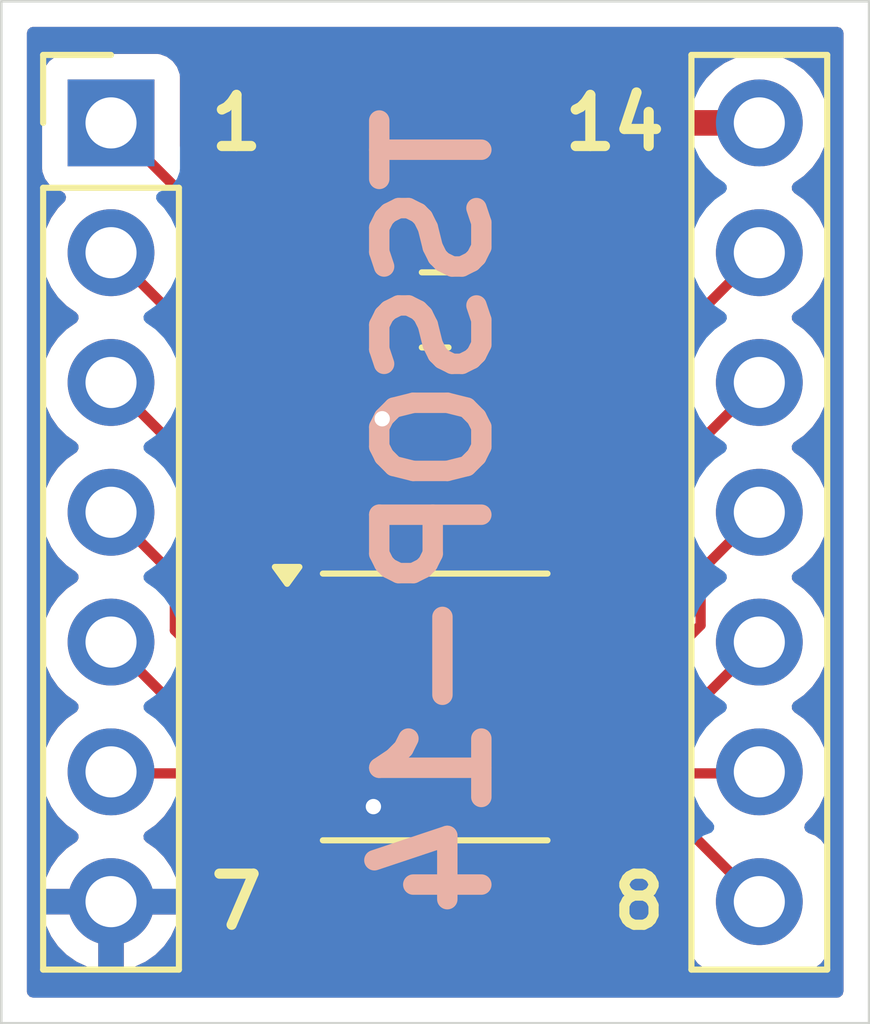
<source format=kicad_pcb>
(kicad_pcb (version 20240108) (generator "pcbnew") (generator_version "8.0")
  (layers (0 "F.Cu" signal) (31 "B.Cu" signal) (34 "B.Paste" user) (35 "F.Paste" user) (36 "B.SilkS" user "B.Silkscreen") (37 "F.SilkS" user "F.Silkscreen") (38 "B.Mask" user) (39 "F.Mask" user) (44 "Edge.Cuts" user))
  (net 0 "")
  (net 1 "/GND")
  (net 2 "Net-(J8-Pin_7)")
  (net 3 "Net-(J7-Pin_1)")
  (net 4 "Net-(J7-Pin_3)")
  (net 5 "Net-(J7-Pin_4)")
  (net 6 "Net-(J7-Pin_2)")
  (net 7 "Net-(J8-Pin_6)")
  (net 8 "Net-(J8-Pin_4)")
  (net 9 "Net-(J8-Pin_3)")
  (net 10 "Net-(J8-Pin_2)")
  (net 11 "Net-(J8-Pin_5)")
  (net 12 "Net-(J8-Pin_1)")
  (net 13 "Net-(J7-Pin_6)")
  (net 14 "Net-(J7-Pin_5)")
  (footprint "Capacitor_SMD:C_0805_2012Metric_Pad1.18x1.45mm_HandSolder" (layer "F.Cu") (at 58.5 56.04)
    (property "Reference" "C3" (hide yes))
    (property "Value" "C" (hide yes))
    (fp_line (start -0.261252 -0.735) (end 0.261252 -0.735) (stroke (width 0.12)) (layer "F.SilkS"))
    (fp_line (start -0.261252 0.735) (end 0.261252 0.735) (stroke (width 0.12)) (layer "F.SilkS"))
    (pad "1" smd roundrect (at -1.0375 0) (size 1.175 1.45) (layers "F.Cu" "F.Paste" "F.Mask") (roundrect_rratio 0.212766) (net 1 "/GND"))
    (pad "2" smd roundrect (at 1.0375 0) (size 1.175 1.45) (layers "F.Cu" "F.Paste" "F.Mask") (roundrect_rratio 0.212766) (net 2 "Net-(J8-Pin_7)"))
  )
  (footprint "Connector_PinHeader_2.54mm:PinHeader_1x07_P2.54mm_Vertical" (layer "F.Cu") (at 52.15 52.38)
    (property "Reference" "J7" (hide yes))
    (property "Value" "tssop_14_left" (hide yes))
    (fp_line (start -1.33 -1.33) (end 0 -1.33) (stroke (width 0.12)) (layer "F.SilkS"))
    (fp_line (start -1.33 0) (end -1.33 -1.33) (stroke (width 0.12)) (layer "F.SilkS"))
    (fp_line (start -1.33 1.27) (end -1.33 16.57) (stroke (width 0.12)) (layer "F.SilkS"))
    (fp_line (start -1.33 1.27) (end 1.33 1.27) (stroke (width 0.12)) (layer "F.SilkS"))
    (fp_line (start -1.33 16.57) (end 1.33 16.57) (stroke (width 0.12)) (layer "F.SilkS"))
    (fp_line (start 1.33 1.27) (end 1.33 16.57) (stroke (width 0.12)) (layer "F.SilkS"))
    (pad "1" thru_hole rect (at 0 0) (size 1.7 1.7) (drill 1) (layers "*.Cu" "*.Mask") (net 3 "Net-(J7-Pin_1)"))
    (pad "2" thru_hole oval (at 0 2.54) (size 1.7 1.7) (drill 1) (layers "*.Cu" "*.Mask") (net 6 "Net-(J7-Pin_2)"))
    (pad "3" thru_hole oval (at 0 5.08) (size 1.7 1.7) (drill 1) (layers "*.Cu" "*.Mask") (net 4 "Net-(J7-Pin_3)"))
    (pad "4" thru_hole oval (at 0 7.62) (size 1.7 1.7) (drill 1) (layers "*.Cu" "*.Mask") (net 5 "Net-(J7-Pin_4)"))
    (pad "5" thru_hole oval (at 0 10.16) (size 1.7 1.7) (drill 1) (layers "*.Cu" "*.Mask") (net 14 "Net-(J7-Pin_5)"))
    (pad "6" thru_hole oval (at 0 12.7) (size 1.7 1.7) (drill 1) (layers "*.Cu" "*.Mask") (net 13 "Net-(J7-Pin_6)"))
    (pad "7" thru_hole oval (at 0 15.24) (size 1.7 1.7) (drill 1) (layers "*.Cu" "*.Mask") (net 1 "/GND"))
  )
  (footprint "Package_SO:TSSOP-14_4.4x5mm_P0.65mm" (layer "F.Cu") (at 58.5 63.81)
    (property "Reference" "U4" (hide yes))
    (property "Value" "tssop-14" (hide yes))
    (fp_line (start 0 -2.61) (end -2.2 -2.61) (stroke (width 0.12)) (layer "F.SilkS"))
    (fp_line (start 0 -2.61) (end 2.2 -2.61) (stroke (width 0.12)) (layer "F.SilkS"))
    (fp_line (start 0 2.61) (end -2.2 2.61) (stroke (width 0.12)) (layer "F.SilkS"))
    (fp_line (start 0 2.61) (end 2.2 2.61) (stroke (width 0.12)) (layer "F.SilkS"))
    (fp_poly (pts (xy -2.9 -2.41) (xy -3.14 -2.74) (xy -2.66 -2.74) (xy -2.9 -2.41)) (stroke (width 0.12)) (fill solid) (layer "F.SilkS"))
    (pad "1" smd roundrect (at -2.8625 -1.95) (size 1.475 0.4) (layers "F.Cu" "F.Paste" "F.Mask") (net 3 "Net-(J7-Pin_1)"))
    (pad "2" smd roundrect (at -2.8625 -1.3) (size 1.475 0.4) (layers "F.Cu" "F.Paste" "F.Mask") (net 6 "Net-(J7-Pin_2)"))
    (pad "3" smd roundrect (at -2.8625 -0.65) (size 1.475 0.4) (layers "F.Cu" "F.Paste" "F.Mask") (net 4 "Net-(J7-Pin_3)"))
    (pad "4" smd roundrect (at -2.8625 0) (size 1.475 0.4) (layers "F.Cu" "F.Paste" "F.Mask") (net 5 "Net-(J7-Pin_4)"))
    (pad "5" smd roundrect (at -2.8625 0.65) (size 1.475 0.4) (layers "F.Cu" "F.Paste" "F.Mask") (net 14 "Net-(J7-Pin_5)"))
    (pad "6" smd roundrect (at -2.8625 1.3) (size 1.475 0.4) (layers "F.Cu" "F.Paste" "F.Mask") (net 13 "Net-(J7-Pin_6)"))
    (pad "7" smd roundrect (at -2.8625 1.95) (size 1.475 0.4) (layers "F.Cu" "F.Paste" "F.Mask") (net 1 "/GND"))
    (pad "8" smd roundrect (at 2.8625 1.95) (size 1.475 0.4) (layers "F.Cu" "F.Paste" "F.Mask") (net 12 "Net-(J8-Pin_1)"))
    (pad "9" smd roundrect (at 2.8625 1.3) (size 1.475 0.4) (layers "F.Cu" "F.Paste" "F.Mask") (net 10 "Net-(J8-Pin_2)"))
    (pad "10" smd roundrect (at 2.8625 0.65) (size 1.475 0.4) (layers "F.Cu" "F.Paste" "F.Mask") (net 9 "Net-(J8-Pin_3)"))
    (pad "11" smd roundrect (at 2.8625 0) (size 1.475 0.4) (layers "F.Cu" "F.Paste" "F.Mask") (net 8 "Net-(J8-Pin_4)"))
    (pad "12" smd roundrect (at 2.8625 -0.65) (size 1.475 0.4) (layers "F.Cu" "F.Paste" "F.Mask") (net 11 "Net-(J8-Pin_5)"))
    (pad "13" smd roundrect (at 2.8625 -1.3) (size 1.475 0.4) (layers "F.Cu" "F.Paste" "F.Mask") (net 7 "Net-(J8-Pin_6)"))
    (pad "14" smd roundrect (at 2.8625 -1.95) (size 1.475 0.4) (layers "F.Cu" "F.Paste" "F.Mask") (net 2 "Net-(J8-Pin_7)"))
  )
  (footprint "Connector_PinHeader_2.54mm:PinHeader_1x07_P2.54mm_Vertical" (layer "F.Cu") (at 64.85 67.62 180)
    (property "Reference" "J8" (hide yes))
    (property "Value" "tssop_14_right" (hide yes))
    (fp_line (start 1.33 -1.33) (end 1.33 16.57) (stroke (width 0.12)) (layer "F.SilkS"))
    (fp_line (start -1.33 16.57) (end 1.33 16.57) (stroke (width 0.12)) (layer "F.SilkS"))
    (fp_line (start -1.33 -1.33) (end 1.33 -1.33) (stroke (width 0.12)) (layer "F.SilkS"))
    (fp_line (start -1.33 -1.33) (end -1.33 16.57) (stroke (width 0.12)) (layer "F.SilkS"))
    (pad "1" thru_hole circle (at 0 0 180) (size 1.7 1.7) (drill 1) (layers "*.Cu" "*.Mask") (net 12 "Net-(J8-Pin_1)"))
    (pad "2" thru_hole oval (at 0 2.54 180) (size 1.7 1.7) (drill 1) (layers "*.Cu" "*.Mask") (net 10 "Net-(J8-Pin_2)"))
    (pad "3" thru_hole oval (at 0 5.08 180) (size 1.7 1.7) (drill 1) (layers "*.Cu" "*.Mask") (net 9 "Net-(J8-Pin_3)"))
    (pad "4" thru_hole oval (at 0 7.62 180) (size 1.7 1.7) (drill 1) (layers "*.Cu" "*.Mask") (net 8 "Net-(J8-Pin_4)"))
    (pad "5" thru_hole oval (at 0 10.16 180) (size 1.7 1.7) (drill 1) (layers "*.Cu" "*.Mask") (net 11 "Net-(J8-Pin_5)"))
    (pad "6" thru_hole oval (at 0 12.7 180) (size 1.7 1.7) (drill 1) (layers "*.Cu" "*.Mask") (net 7 "Net-(J8-Pin_6)"))
    (pad "7" thru_hole oval (at 0 15.24 180) (size 1.7 1.7) (drill 1) (layers "*.Cu" "*.Mask") (net 2 "Net-(J8-Pin_7)"))
  )
  (gr_rect (start 50 50) (end 67 70) (stroke (width 0.05)) (fill none) (layer "Edge.Cuts"))
  (gr_text "TSSOP-14" (at 58.5 60 90) (layer "B.SilkS") (effects (font (size 2 2) (thickness 0.4) (bold yes)) (justify mirror)))
  (gr_text "7" (at 54 67.62 0) (layer "F.SilkS") (effects (font (size 1 1) (thickness 0.2) (bold yes)) (justify left)))
  (gr_text "8" (at 63.1 67.62 0) (layer "F.SilkS") (effects (font (size 1 1) (thickness 0.2) (bold yes)) (justify right)))
  (gr_text "14" (at 63.1 52.38 0) (layer "F.SilkS") (effects (font (size 1 1) (thickness 0.2) (bold yes)) (justify right)))
  (gr_text "1" (at 54 52.38 0) (layer "F.SilkS") (effects (font (size 1 1) (thickness 0.2) (bold yes)) (justify left)))
  (segment (start 55.6375 66.1125) (end 54.13 67.62) (width 0.5) (layer "F.Cu") (net 1))
  (segment (start 54.13 67.62) (end 52.15 67.62) (width 0.5) (layer "F.Cu") (net 1))
  (segment (start 55.6375 65.76) (end 55.6375 66.1125) (width 0.4) (layer "F.Cu") (net 1))
  (segment (start 55.6375 65.76) (end 57.29 65.76) (width 0.4) (layer "F.Cu") (net 1))
  (segment (start 57.4625 56.04) (end 57.4625 58.1625) (width 0.5) (layer "F.Cu") (net 1))
  (via (at 57.29 65.76) (size 0.6) (drill 0.3) (layers "F.Cu" "B.Cu") (net 1))
  (via (at 57.4625 58.17) (size 0.6) (drill 0.3) (layers "F.Cu" "B.Cu") (net 1))
  (segment (start 57.4625 65.5875) (end 57.29 65.76) (width 0.2) (layer "B.Cu") (net 1))
  (segment (start 57.29 65.76) (end 55.43 67.62) (width 0.5) (layer "B.Cu") (net 1))
  (segment (start 55.43 67.62) (end 52.15 67.62) (width 0.5) (layer "B.Cu") (net 1))
  (segment (start 57.4625 58.17) (end 57.4625 65.5875) (width 0.5) (layer "B.Cu") (net 1))
  (segment (start 61.3625 61.6225) (end 61.3625 54.0975) (width 0.5) (layer "F.Cu") (net 2))
  (segment (start 63.08 52.38) (end 64.85 52.38) (width 0.5) (layer "F.Cu") (net 2))
  (segment (start 61.3625 56.41) (end 60.9925 56.04) (width 0.5) (layer "F.Cu") (net 2))
  (segment (start 61.3625 54.0975) (end 63.08 52.38) (width 0.5) (layer "F.Cu") (net 2))
  (segment (start 61.3625 61.86) (end 61.3625 61.6225) (width 0.4) (layer "F.Cu") (net 2))
  (segment (start 60.9925 56.04) (end 59.5375 56.04) (width 0.5) (layer "F.Cu") (net 2))
  (segment (start 55.6375 55.8675) (end 52.15 52.38) (width 0.2) (layer "F.Cu") (net 3))
  (segment (start 55.6375 61.86) (end 55.6375 55.8675) (width 0.2) (layer "F.Cu") (net 3))
  (segment (start 53.88 59.19) (end 52.15 57.46) (width 0.2) (layer "F.Cu") (net 4))
  (segment (start 53.88 62.139999) (end 53.88 59.19) (width 0.2) (layer "F.Cu") (net 4))
  (segment (start 54.900001 63.16) (end 53.88 62.139999) (width 0.2) (layer "F.Cu") (net 4))
  (segment (start 55.6375 63.16) (end 54.900001 63.16) (width 0.2) (layer "F.Cu") (net 4))
  (segment (start 54.900001 63.81) (end 53.4 62.309999) (width 0.2) (layer "F.Cu") (net 5))
  (segment (start 53.4 62.309999) (end 53.4 61.25) (width 0.2) (layer "F.Cu") (net 5))
  (segment (start 55.6375 63.81) (end 54.900001 63.81) (width 0.2) (layer "F.Cu") (net 5))
  (segment (start 53.4 61.25) (end 52.15 60) (width 0.2) (layer "F.Cu") (net 5))
  (segment (start 54.28 57.05) (end 52.15 54.92) (width 0.2) (layer "F.Cu") (net 6))
  (segment (start 54.28 61.889999) (end 54.28 57.05) (width 0.2) (layer "F.Cu") (net 6))
  (segment (start 55.6375 62.51) (end 54.900001 62.51) (width 0.2) (layer "F.Cu") (net 6))
  (segment (start 54.900001 62.51) (end 54.28 61.889999) (width 0.2) (layer "F.Cu") (net 6))
  (segment (start 62.73 57.04) (end 64.85 54.92) (width 0.2) (layer "F.Cu") (net 7))
  (segment (start 61.3625 62.51) (end 62.099999 62.51) (width 0.2) (layer "F.Cu") (net 7))
  (segment (start 62.73 61.879999) (end 62.73 57.04) (width 0.2) (layer "F.Cu") (net 7))
  (segment (start 62.099999 62.51) (end 62.73 61.879999) (width 0.2) (layer "F.Cu") (net 7))
  (segment (start 63.7 62.209999) (end 63.7 61.15) (width 0.2) (layer "F.Cu") (net 8))
  (segment (start 63.7 61.15) (end 64.85 60) (width 0.2) (layer "F.Cu") (net 8))
  (segment (start 61.3625 63.81) (end 62.099999 63.81) (width 0.2) (layer "F.Cu") (net 8))
  (segment (start 62.099999 63.81) (end 63.7 62.209999) (width 0.2) (layer "F.Cu") (net 8))
  (segment (start 62.93 64.46) (end 64.85 62.54) (width 0.2) (layer "F.Cu") (net 9))
  (segment (start 61.3625 64.46) (end 62.93 64.46) (width 0.2) (layer "F.Cu") (net 9))
  (segment (start 64.82 65.11) (end 64.85 65.08) (width 0.2) (layer "F.Cu") (net 10))
  (segment (start 61.3625 65.11) (end 64.82 65.11) (width 0.2) (layer "F.Cu") (net 10))
  (segment (start 63.14 59.17) (end 64.85 57.46) (width 0.2) (layer "F.Cu") (net 11))
  (segment (start 63.14 62.119999) (end 63.14 59.17) (width 0.2) (layer "F.Cu") (net 11))
  (segment (start 61.3625 63.16) (end 62.099999 63.16) (width 0.2) (layer "F.Cu") (net 11))
  (segment (start 62.099999 63.16) (end 63.14 62.119999) (width 0.2) (layer "F.Cu") (net 11))
  (segment (start 62.99 65.76) (end 64.85 67.62) (width 0.2) (layer "F.Cu") (net 12))
  (segment (start 61.3625 65.76) (end 62.99 65.76) (width 0.2) (layer "F.Cu") (net 12))
  (segment (start 55.6375 65.11) (end 52.18 65.11) (width 0.2) (layer "F.Cu") (net 13))
  (segment (start 52.18 65.11) (end 52.15 65.08) (width 0.2) (layer "F.Cu") (net 13))
  (segment (start 54.07 64.46) (end 52.15 62.54) (width 0.2) (layer "F.Cu") (net 14))
  (segment (start 55.6375 64.46) (end 54.07 64.46) (width 0.2) (layer "F.Cu") (net 14))
  (zone (net 1) (net_name "/GND") (layers "F&B.Cu") (connect_pads (clearance 0.5)) (min_thickness 0.25) (fill yes (thermal_gap 0.5) (thermal_bridge_width 0.5))
    (polygon (pts (xy 50 50) (xy 67 50) (xy 67 70) (xy 50 70)))
  )
)
</source>
